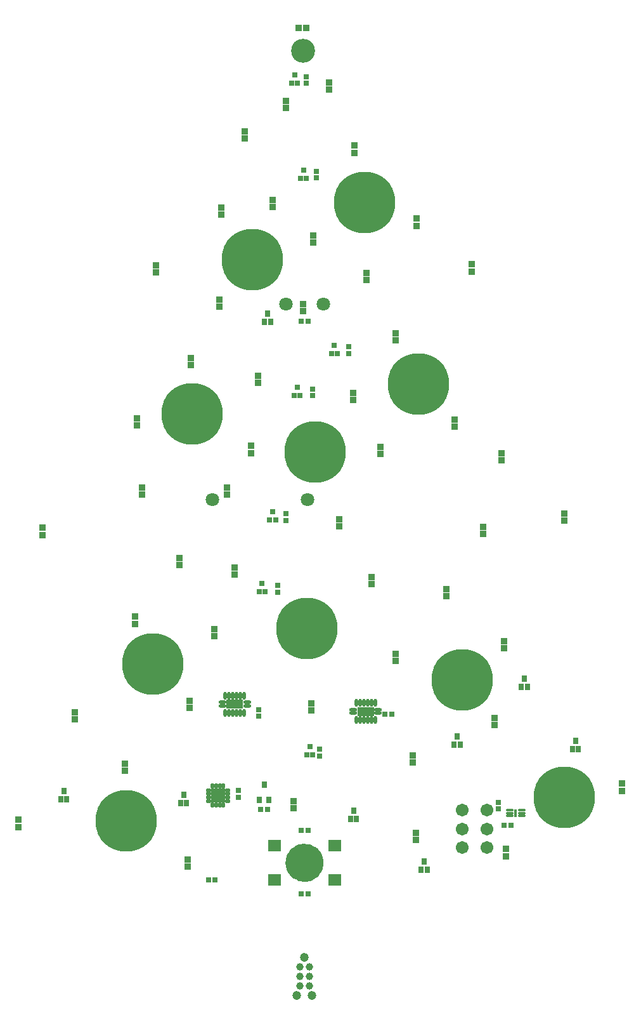
<source format=gbr>
%TF.GenerationSoftware,Altium Limited,Altium Designer,21.4.1 (30)*%
G04 Layer_Color=8388736*
%FSLAX26Y26*%
%MOIN*%
%TF.SameCoordinates,C79CEFAC-E130-474B-83DD-F1A68A00FB65*%
%TF.FilePolarity,Negative*%
%TF.FileFunction,Soldermask,Top*%
%TF.Part,Single*%
G01*
G75*
%TA.AperFunction,ComponentPad*%
%ADD42C,0.070992*%
%ADD43C,0.047000*%
%ADD44C,0.067055*%
%ADD45C,0.126110*%
%TA.AperFunction,NonConductor*%
%ADD51C,0.102362*%
%TA.AperFunction,SMDPad,CuDef*%
%ADD52R,0.029654X0.029654*%
%ADD53O,0.039496X0.015874*%
%ADD54R,0.018236X0.043433*%
%ADD55R,0.035559X0.033591*%
%ADD56R,0.025716X0.031622*%
%ADD57R,0.025716X0.033591*%
%ADD58O,0.017843X0.043433*%
%ADD59O,0.043433X0.017843*%
%ADD60R,0.086740X0.047370*%
%ADD61R,0.033591X0.035559*%
%ADD62R,0.069024X0.059181*%
%ADD63R,0.029654X0.029654*%
%ADD64R,0.030009X0.031584*%
%ADD65C,0.322961*%
%ADD66O,0.021779X0.027685*%
%ADD67O,0.027685X0.021779*%
%ADD68R,0.074929X0.074929*%
%ADD69R,0.031584X0.030009*%
%TA.AperFunction,BGAPad,CuDef*%
%ADD70C,0.039000*%
D42*
X15748Y2874055D02*
D03*
X-484252D02*
D03*
X98425Y3901000D02*
D03*
X-98425D02*
D03*
D43*
X0Y472000D02*
D03*
X40000Y272000D02*
D03*
X-40000D02*
D03*
D44*
X829039Y1242425D02*
D03*
Y1144000D02*
D03*
Y1045575D02*
D03*
X958961Y1242425D02*
D03*
Y1144000D02*
D03*
Y1045575D02*
D03*
D45*
X-9000Y5230000D02*
D03*
D51*
X49213Y967000D02*
G03*
X49213Y967000I-49213J0D01*
G01*
D52*
X-470284Y878000D02*
D03*
X-505717D02*
D03*
X-17717Y1137000D02*
D03*
X17716D02*
D03*
X-229717Y1248000D02*
D03*
X-194284D02*
D03*
X17717Y3812000D02*
D03*
X-17716D02*
D03*
D53*
X1078012Y1244000D02*
D03*
Y1228252D02*
D03*
Y1212504D02*
D03*
X1143012D02*
D03*
Y1228252D02*
D03*
Y1244000D02*
D03*
D54*
X1110512Y1228252D02*
D03*
D55*
X1670000Y1345299D02*
D03*
Y1382701D02*
D03*
X-98000Y4930299D02*
D03*
Y4967701D02*
D03*
X-169000Y4409299D02*
D03*
Y4446701D02*
D03*
X-439000Y4408000D02*
D03*
Y4370598D02*
D03*
X129000Y5026299D02*
D03*
Y5063701D02*
D03*
X261000Y4732701D02*
D03*
Y4695299D02*
D03*
X-780000Y4067299D02*
D03*
Y4104701D02*
D03*
X-447000Y3923000D02*
D03*
Y3885598D02*
D03*
X47000Y4224598D02*
D03*
Y4262000D02*
D03*
X-9000Y3900701D02*
D03*
Y3863299D02*
D03*
X324000Y4026299D02*
D03*
Y4063701D02*
D03*
X589000Y4349402D02*
D03*
Y4312000D02*
D03*
X880000Y4072000D02*
D03*
Y4109402D02*
D03*
X-880000Y3301000D02*
D03*
Y3263598D02*
D03*
X-598000Y3579299D02*
D03*
Y3616701D02*
D03*
X-280000Y3155701D02*
D03*
Y3118299D02*
D03*
X-244000Y3486598D02*
D03*
Y3524000D02*
D03*
X255000Y3433402D02*
D03*
Y3396000D02*
D03*
X478000Y3710299D02*
D03*
Y3747701D02*
D03*
X788000Y3294402D02*
D03*
Y3257000D02*
D03*
X-1379000Y2688598D02*
D03*
Y2726000D02*
D03*
X-856000Y2937000D02*
D03*
Y2899598D02*
D03*
X-408000Y2900299D02*
D03*
Y2937701D02*
D03*
X182000Y2772000D02*
D03*
Y2734598D02*
D03*
X399000Y3114299D02*
D03*
Y3151701D02*
D03*
X1036000Y3118402D02*
D03*
Y3081000D02*
D03*
X1365000Y2764000D02*
D03*
Y2801402D02*
D03*
X-892000Y2259000D02*
D03*
Y2221598D02*
D03*
X-659000Y2530598D02*
D03*
Y2568000D02*
D03*
X-475000Y2195000D02*
D03*
Y2157598D02*
D03*
X-367000Y2481299D02*
D03*
Y2518701D02*
D03*
X351000Y2466701D02*
D03*
Y2429299D02*
D03*
X744000Y2366598D02*
D03*
Y2404000D02*
D03*
X940000Y2732000D02*
D03*
Y2694598D02*
D03*
X-1208000Y1720299D02*
D03*
Y1757701D02*
D03*
X-606000Y1818701D02*
D03*
Y1781299D02*
D03*
X36000Y1767598D02*
D03*
Y1805000D02*
D03*
X569000Y1532000D02*
D03*
Y1494598D02*
D03*
X479000Y2025598D02*
D03*
Y2063000D02*
D03*
X998000Y1728000D02*
D03*
Y1690598D02*
D03*
X1049000Y2094299D02*
D03*
Y2131701D02*
D03*
X-1503000Y1192701D02*
D03*
Y1155299D02*
D03*
X-946000Y1449299D02*
D03*
Y1486701D02*
D03*
X-615000Y983701D02*
D03*
Y946299D02*
D03*
X-58000Y1254598D02*
D03*
Y1292000D02*
D03*
X586000Y1123701D02*
D03*
Y1086299D02*
D03*
X1058000Y1002000D02*
D03*
Y1039402D02*
D03*
X-316000Y4769299D02*
D03*
Y4806701D02*
D03*
D56*
X-52110Y5104449D02*
D03*
X-36362Y5061142D02*
D03*
X-67858D02*
D03*
X28000Y1578654D02*
D03*
X43748Y1535347D02*
D03*
X12252D02*
D03*
X-223000Y2432654D02*
D03*
X-207252Y2389347D02*
D03*
X-238748D02*
D03*
X-168000Y2809654D02*
D03*
X-152252Y2766347D02*
D03*
X-183748D02*
D03*
X-39000Y3464654D02*
D03*
X-23252Y3421347D02*
D03*
X-54748D02*
D03*
X157000Y3683654D02*
D03*
X172748Y3640347D02*
D03*
X141252D02*
D03*
X-5890Y4604449D02*
D03*
X9858Y4561142D02*
D03*
X-21638D02*
D03*
D57*
X-237591Y1298482D02*
D03*
X-186410D02*
D03*
X-212000Y1377223D02*
D03*
X1408252Y1562347D02*
D03*
X1439748D02*
D03*
X1424000Y1605654D02*
D03*
X1140142Y1890189D02*
D03*
X1171638D02*
D03*
X1155890Y1933496D02*
D03*
X787252Y1588504D02*
D03*
X818748D02*
D03*
X803000Y1631811D02*
D03*
X613252Y931504D02*
D03*
X644748D02*
D03*
X629000Y974811D02*
D03*
X242252Y1196347D02*
D03*
X273748D02*
D03*
X258000Y1239654D02*
D03*
X-651748Y1279504D02*
D03*
X-620252D02*
D03*
X-636000Y1322811D02*
D03*
X-1281748Y1299504D02*
D03*
X-1250252D02*
D03*
X-1266000Y1342811D02*
D03*
X-209858Y3807189D02*
D03*
X-178362D02*
D03*
X-194110Y3850496D02*
D03*
D58*
X371213Y1807276D02*
D03*
X351527D02*
D03*
X331842D02*
D03*
X312158D02*
D03*
X292472D02*
D03*
X272787D02*
D03*
Y1716724D02*
D03*
X292472D02*
D03*
X312158D02*
D03*
X331842D02*
D03*
X351527D02*
D03*
X371213D02*
D03*
X-317787Y1753724D02*
D03*
X-337473D02*
D03*
X-357158D02*
D03*
X-376842D02*
D03*
X-396528D02*
D03*
X-416213D02*
D03*
Y1844276D02*
D03*
X-396528D02*
D03*
X-376842D02*
D03*
X-357158D02*
D03*
X-337473D02*
D03*
X-317787D02*
D03*
D59*
X257039Y1771842D02*
D03*
Y1752158D02*
D03*
X386961D02*
D03*
Y1771842D02*
D03*
X-302039Y1808842D02*
D03*
Y1789158D02*
D03*
X-431961D02*
D03*
Y1808842D02*
D03*
D60*
X322000Y1762000D02*
D03*
X-367000Y1799000D02*
D03*
D61*
X7701Y5352000D02*
D03*
X-29701D02*
D03*
D62*
X-158465Y1055583D02*
D03*
Y878417D02*
D03*
X158464Y1055583D02*
D03*
Y878417D02*
D03*
D63*
X232000Y3641283D02*
D03*
Y3676716D02*
D03*
X80000Y1527283D02*
D03*
Y1562716D02*
D03*
X-142000Y2423716D02*
D03*
Y2388283D02*
D03*
X-98000Y2764283D02*
D03*
Y2799716D02*
D03*
X41000Y3419567D02*
D03*
Y3455000D02*
D03*
X63000Y4562283D02*
D03*
Y4597717D02*
D03*
X9000Y5059283D02*
D03*
Y5094717D02*
D03*
D64*
X1020000Y1250354D02*
D03*
Y1285000D02*
D03*
X-240000Y1736000D02*
D03*
Y1770646D02*
D03*
X-348000Y1311000D02*
D03*
Y1345646D02*
D03*
D65*
X1365000Y1310000D02*
D03*
X314000Y4433000D02*
D03*
X57000Y3124000D02*
D03*
X598000Y3479000D02*
D03*
X-591000Y3324000D02*
D03*
X829000Y1927000D02*
D03*
X-274000Y4135000D02*
D03*
X11000Y2198000D02*
D03*
X-799000Y2012000D02*
D03*
X-938000Y1186000D02*
D03*
D66*
X-426276Y1369354D02*
D03*
X-445961D02*
D03*
X-465646D02*
D03*
X-485331D02*
D03*
Y1268961D02*
D03*
X-465646D02*
D03*
X-445961D02*
D03*
X-426276D02*
D03*
D67*
X-506000Y1348685D02*
D03*
Y1329000D02*
D03*
Y1309315D02*
D03*
Y1289630D02*
D03*
X-405606D02*
D03*
Y1309315D02*
D03*
Y1329000D02*
D03*
Y1348685D02*
D03*
D68*
X-455803Y1319157D02*
D03*
D69*
X1084323Y1163000D02*
D03*
X1049677D02*
D03*
X457323Y1748000D02*
D03*
X422677D02*
D03*
X-17323Y805000D02*
D03*
X17323D02*
D03*
D70*
X-25000Y422000D02*
D03*
Y372000D02*
D03*
Y322000D02*
D03*
X25000D02*
D03*
Y372000D02*
D03*
Y422000D02*
D03*
%TF.MD5,8c1e061f7b87764da396e68dd71ea360*%
M02*

</source>
